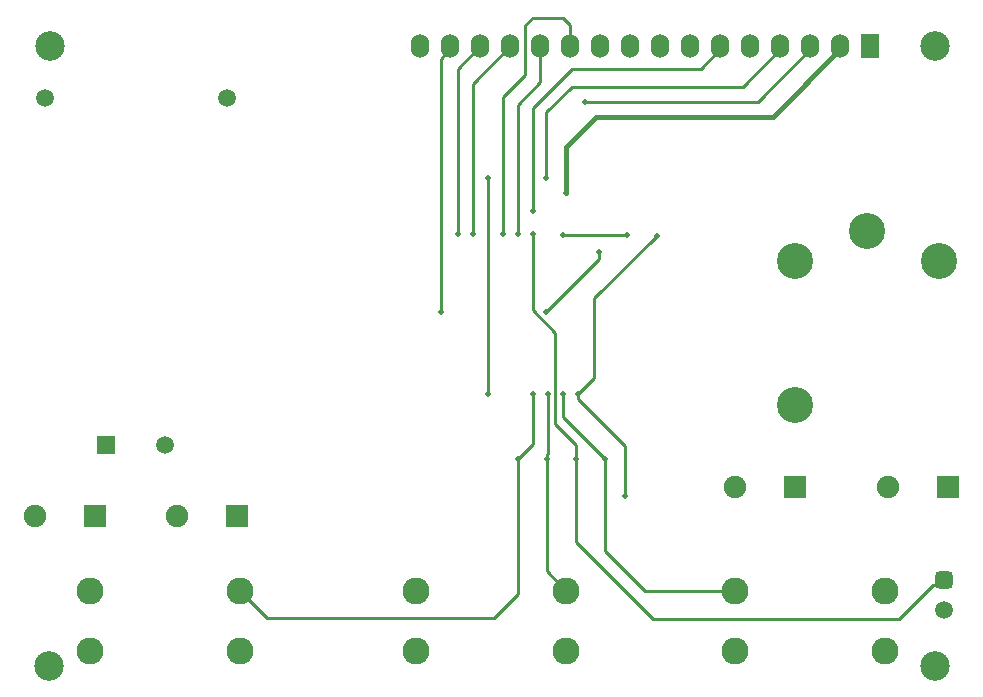
<source format=gbl>
G04*
G04 #@! TF.GenerationSoftware,Altium Limited,Altium Designer,21.3.2 (30)*
G04*
G04 Layer_Physical_Order=2*
G04 Layer_Color=16711680*
%FSTAX24Y24*%
%MOIN*%
G70*
G04*
G04 #@! TF.SameCoordinates,B3B2999D-E210-4126-8252-5E02B47327B5*
G04*
G04*
G04 #@! TF.FilePolarity,Positive*
G04*
G01*
G75*
%ADD16C,0.0100*%
%ADD56C,0.0150*%
%ADD59C,0.0591*%
G04:AMPARAMS|DCode=60|XSize=59.1mil|YSize=59.1mil|CornerRadius=14.8mil|HoleSize=0mil|Usage=FLASHONLY|Rotation=270.000|XOffset=0mil|YOffset=0mil|HoleType=Round|Shape=RoundedRectangle|*
%AMROUNDEDRECTD60*
21,1,0.0591,0.0295,0,0,270.0*
21,1,0.0295,0.0591,0,0,270.0*
1,1,0.0295,-0.0148,-0.0148*
1,1,0.0295,-0.0148,0.0148*
1,1,0.0295,0.0148,0.0148*
1,1,0.0295,0.0148,-0.0148*
%
%ADD60ROUNDEDRECTD60*%
%ADD61C,0.0748*%
%ADD62R,0.0748X0.0748*%
%ADD63R,0.0594X0.0594*%
%ADD64C,0.0594*%
%ADD65C,0.0984*%
%ADD66O,0.0600X0.0800*%
%ADD67R,0.0600X0.0800*%
%ADD68C,0.0900*%
%ADD69C,0.1200*%
%ADD70C,0.0197*%
D16*
X05435Y023D02*
X055492Y024142D01*
X043594Y025556D02*
X04615Y023D01*
X05435D01*
X055692Y024142D02*
X05585Y0243D01*
X055492Y024142D02*
X055692D01*
X04365Y0305D02*
X0442Y03105D01*
Y0337D01*
X046283Y035783D01*
X043651Y030349D02*
Y030499D01*
X045216Y027116D02*
Y028784D01*
X04365Y0305D02*
X043651Y030499D01*
Y030349D02*
X045216Y028784D01*
X0429Y0295D02*
Y032538D01*
Y0295D02*
X043594Y028806D01*
Y02835D02*
Y028806D01*
Y025556D02*
Y02835D01*
X04315Y02975D02*
Y0305D01*
X04455Y02835D02*
X044567D01*
X04315Y02975D02*
X04455Y02835D01*
X04165D02*
X04165D01*
X04215Y02885D01*
Y0305D01*
X04165Y02385D02*
Y02835D01*
X044567Y025283D02*
Y02835D01*
Y025283D02*
X0459Y02395D01*
X04265Y0285D02*
Y0305D01*
X04065D02*
Y0377D01*
X0426Y03325D02*
X04435Y035D01*
Y03525D01*
X04215Y033288D02*
Y03585D01*
Y033288D02*
X0429Y032538D01*
X043412Y042105D02*
Y042788D01*
X04215Y04305D02*
X04315D01*
X043412Y042788D01*
X0419Y04115D02*
Y0428D01*
X04215Y04305D01*
X0391Y03325D02*
Y041681D01*
X039412Y041993D02*
Y042105D01*
X0391Y041681D02*
X039412Y041993D01*
X04315Y0358D02*
X0453D01*
X050412Y042012D02*
Y042105D01*
X04915Y04075D02*
X050412Y042012D01*
X04346Y04075D02*
X04915D01*
X0426Y03989D02*
X04346Y04075D01*
X049657Y04025D02*
X051412Y042005D01*
X0439Y04025D02*
X049657D01*
X04345Y04135D02*
X047757D01*
X048412Y042005D01*
X0426Y0377D02*
Y03989D01*
X04115Y0404D02*
X0419Y04115D01*
X04115Y03585D02*
Y0404D01*
X04165Y03585D02*
Y04015D01*
X042412Y040912D01*
X04215Y0366D02*
Y04005D01*
X042412Y040912D02*
Y042105D01*
X04215Y04005D02*
X04345Y04135D01*
X04015Y040843D02*
X041412Y042105D01*
X04015Y03585D02*
Y040843D01*
X03965Y041343D02*
X040412Y042105D01*
X03965Y03585D02*
Y041343D01*
X040412Y042105D02*
Y042105D01*
X051412Y042005D02*
Y042105D01*
X048412Y042005D02*
Y042105D01*
X042638Y028488D02*
X04265Y0285D01*
X042638Y028369D02*
Y028488D01*
X042619Y02835D02*
X042638Y028369D01*
X042619Y024594D02*
Y02835D01*
X0333Y02305D02*
X04085D01*
X04165Y02385D01*
X0459Y02395D02*
X0489D01*
X0324D02*
X0333Y02305D01*
X042619Y024594D02*
X043263Y02395D01*
D56*
X04325Y03875D02*
X04425Y03975D01*
X050157D02*
X052412Y042005D01*
X04425Y03975D02*
X050157D01*
X04325Y0372D02*
Y03875D01*
X052412Y042005D02*
Y042105D01*
D59*
X05585Y0233D02*
D03*
D60*
Y0243D02*
D03*
D61*
X02555Y02645D02*
D03*
X0303D02*
D03*
X054Y0274D02*
D03*
X0489D02*
D03*
D62*
X02755Y02645D02*
D03*
X0323D02*
D03*
X056Y0274D02*
D03*
X0509D02*
D03*
D63*
X027944Y028813D02*
D03*
D64*
X029912D02*
D03*
X025896Y040387D02*
D03*
X031959D02*
D03*
D65*
X055578Y042105D02*
D03*
X02605D02*
D03*
X055554Y02145D02*
D03*
X026026D02*
D03*
D66*
X038412Y042105D02*
D03*
X039412D02*
D03*
X040412D02*
D03*
X041412D02*
D03*
X042412D02*
D03*
X043412D02*
D03*
X044412D02*
D03*
X045412D02*
D03*
X046412D02*
D03*
X047412D02*
D03*
X048412D02*
D03*
X049412D02*
D03*
X050412D02*
D03*
X051412D02*
D03*
X052412D02*
D03*
D67*
X053412D02*
D03*
D68*
X038263Y02195D02*
D03*
X0489D02*
D03*
X0324D02*
D03*
X043263D02*
D03*
X0539D02*
D03*
X0274D02*
D03*
X0324Y02395D02*
D03*
X0274D02*
D03*
X043263D02*
D03*
X038263D02*
D03*
X0539D02*
D03*
X0489D02*
D03*
D69*
X0557Y03495D02*
D03*
X0509Y03015D02*
D03*
X0533Y03595D02*
D03*
X0509Y03495D02*
D03*
D70*
X046283Y035783D02*
D03*
X045216Y027116D02*
D03*
X04165Y02835D02*
D03*
X04065Y0305D02*
D03*
X04215D02*
D03*
X04265D02*
D03*
X0426Y03325D02*
D03*
X04365Y0305D02*
D03*
X0391Y03325D02*
D03*
X04325Y0372D02*
D03*
X0426Y0377D02*
D03*
X04065D02*
D03*
X04215Y03585D02*
D03*
X04315Y0358D02*
D03*
X04165Y03585D02*
D03*
X04215Y0366D02*
D03*
X04315Y0305D02*
D03*
X0439Y04025D02*
D03*
X04115Y03585D02*
D03*
X03965D02*
D03*
X0453Y0358D02*
D03*
X04435Y03525D02*
D03*
X04015Y03585D02*
D03*
X044567Y02835D02*
D03*
X043594D02*
D03*
X042619D02*
D03*
M02*

</source>
